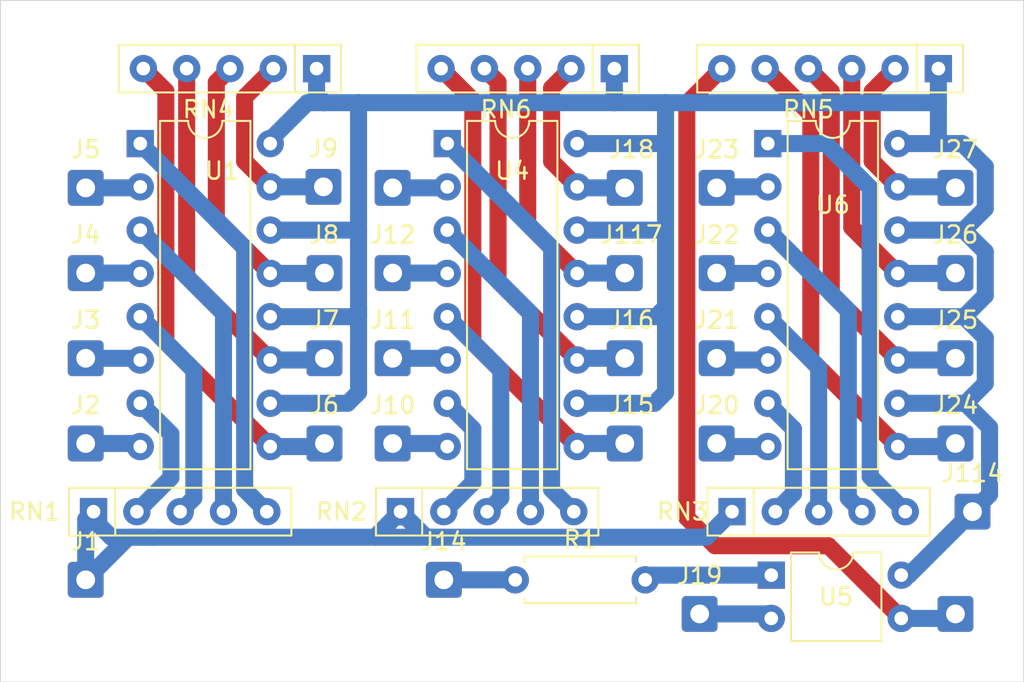
<source format=kicad_pcb>
(kicad_pcb (version 20240108) (generator "pcbnew") (generator_version "8.0")
  (layers (0 "F.Cu" signal) (31 "B.Cu" signal) (34 "B.Paste" user) (35 "F.Paste" user) (36 "B.SilkS" user "B.Silkscreen") (37 "F.SilkS" user "F.Silkscreen") (38 "B.Mask" user) (39 "F.Mask" user) (44 "Edge.Cuts" user))
  (net 0 "")
  (net 1 "Net-(J14-Pin_1)")
  (net 2 "Net-(J16-Pin_1)")
  (net 3 "Net-(J2-Pin_1)")
  (net 4 "Net-(J3-Pin_1)")
  (net 5 "Net-(J4-Pin_1)")
  (net 6 "Net-(J5-Pin_1)")
  (net 7 "Net-(J6-Pin_1)")
  (net 8 "Net-(J7-Pin_1)")
  (net 9 "Net-(J8-Pin_1)")
  (net 10 "Net-(J9-Pin_1)")
  (net 11 "Net-(J10-Pin_1)")
  (net 12 "Net-(J11-Pin_1)")
  (net 13 "Net-(J12-Pin_1)")
  (net 14 "Net-(J13-Pin_1)")
  (net 15 "Net-(J15-Pin_1)")
  (net 16 "Net-(J17-Pin_1)")
  (net 17 "Net-(J18-Pin_1)")
  (net 18 "Net-(J19-Pin_1)")
  (net 19 "Net-(J20-Pin_1)")
  (net 20 "Net-(J21-Pin_1)")
  (net 21 "Net-(J22-Pin_1)")
  (net 22 "Net-(J23-Pin_1)")
  (net 23 "Net-(J24-Pin_1)")
  (net 24 "Net-(J25-Pin_1)")
  (net 25 "Net-(J26-Pin_1)")
  (net 26 "Net-(J27-Pin_1)")
  (net 27 "Net-(J114-Pin_1)")
  (net 28 "Net-(J117-Pin_1)")
  (net 29 "Net-(RN1-R4)")
  (net 30 "Net-(RN1-R3)")
  (net 31 "Net-(RN1-R2)")
  (net 32 "Net-(RN1-R1)")
  (net 33 "Net-(R1-Pad2)")
  (net 34 "Net-(RN2-R2)")
  (net 35 "Net-(RN2-R3)")
  (net 36 "Net-(RN2-R1)")
  (net 37 "Net-(RN2-R4)")
  (net 38 "Net-(RN3-R1)")
  (net 39 "Net-(RN3-R2)")
  (net 40 "Net-(RN3-R4)")
  (net 41 "Net-(RN3-R3)")
  (net 42 "Net-(J1-Pin_1)")
  (footprint "Connector_Wire:SolderWire-0.5sqmm_1x01_D0.9mm_OD2.1mm" (layer "F.Cu") (at 101.19 77)
    (property "Reference" "J4" (at 0 -2.25 0) (layer "F.SilkS"))
    (property "Value" "+12 V K15" (hide yes))
    (pad "1" thru_hole roundrect (at 0 0) (size 2.1 2.1) (drill 1.1) (layers "*.Cu" "*.Mask") (roundrect_rratio 0.119048) (net 5 "Net-(J4-Pin_1)"))
  )
  (footprint "Connector_Wire:SolderWire-0.5sqmm_1x01_D0.9mm_OD2.1mm" (layer "F.Cu") (at 101.19 87)
    (property "Reference" "J2" (at 0 -2.25 0) (layer "F.SilkS"))
    (property "Value" "+12 V K15" (hide yes))
    (pad "1" thru_hole roundrect (at 0 0) (size 2.1 2.1) (drill 1.1) (layers "*.Cu" "*.Mask") (roundrect_rratio 0.119048) (net 3 "Net-(J2-Pin_1)"))
  )
  (footprint "Connector_Wire:SolderWire-0.5sqmm_1x01_D0.9mm_OD2.1mm" (layer "F.Cu") (at 119.19 82)
    (property "Reference" "J11" (at 0 -2.25 0) (layer "F.SilkS"))
    (property "Value" "+12 V K15" (hide yes))
    (pad "1" thru_hole roundrect (at 0 0) (size 2.1 2.1) (drill 1.1) (layers "*.Cu" "*.Mask") (roundrect_rratio 0.119048) (net 12 "Net-(J11-Pin_1)"))
  )
  (footprint "Connector_Wire:SolderWire-0.5sqmm_1x01_D0.9mm_OD2.1mm" (layer "F.Cu") (at 115.19 77)
    (property "Reference" "J8" (at 0 -2.25 0) (layer "F.SilkS"))
    (property "Value" "+12 V K15" (hide yes))
    (pad "1" thru_hole roundrect (at 0 0) (size 2.1 2.1) (drill 1.1) (layers "*.Cu" "*.Mask") (roundrect_rratio 0.119048) (net 9 "Net-(J8-Pin_1)"))
  )
  (footprint "Connector_Wire:SolderWire-0.5sqmm_1x01_D0.9mm_OD2.1mm" (layer "F.Cu") (at 152.19 82)
    (property "Reference" "J25" (at 0 -2.25 0) (layer "F.SilkS"))
    (property "Value" "+12 V K15" (hide yes))
    (pad "1" thru_hole roundrect (at 0 0) (size 2.1 2.1) (drill 1.1) (layers "*.Cu" "*.Mask") (roundrect_rratio 0.119048) (net 24 "Net-(J25-Pin_1)"))
  )
  (footprint "Resistor_THT:R_Array_SIP5" (layer "F.Cu") (at 114.73 65 180)
    (property "Reference" "RN4" (at 6.35 -2.4 360) (layer "F.SilkS"))
    (property "Value" "Pull Up 10k")
    (fp_line (start 11.6 1.4) (end 11.6 -1.4) (stroke (width 0.12)) (layer "F.SilkS"))
    (fp_line (start 11.6 -1.4) (end -1.44 -1.4) (stroke (width 0.12)) (layer "F.SilkS"))
    (fp_line (start 1.27 -1.4) (end 1.27 1.4) (stroke (width 0.12)) (layer "F.SilkS"))
    (fp_line (start -1.44 1.4) (end 11.6 1.4) (stroke (width 0.12)) (layer "F.SilkS"))
    (fp_line (start -1.44 -1.4) (end -1.44 1.4) (stroke (width 0.12)) (layer "F.SilkS"))
    (pad "1" thru_hole rect (at 0 0 180) (size 1.6 1.6) (drill 0.8) (layers "*.Cu" "*.Mask") (net 27 "Net-(J114-Pin_1)"))
    (pad "2" thru_hole oval (at 2.54 0 180) (size 1.6 1.6) (drill 0.8) (layers "*.Cu" "*.Mask") (net 10 "Net-(J9-Pin_1)"))
    (pad "3" thru_hole oval (at 5.08 0 180) (size 1.6 1.6) (drill 0.8) (layers "*.Cu" "*.Mask") (net 9 "Net-(J8-Pin_1)"))
    (pad "4" thru_hole oval (at 7.62 0 180) (size 1.6 1.6) (drill 0.8) (layers "*.Cu" "*.Mask") (net 8 "Net-(J7-Pin_1)"))
    (pad "5" thru_hole oval (at 10.16 0 180) (size 1.6 1.6) (drill 0.8) (layers "*.Cu" "*.Mask") (net 7 "Net-(J6-Pin_1)"))
  )
  (footprint "Resistor_THT:R_Array_SIP5" (layer "F.Cu") (at 101.65 91)
    (property "Reference" "RN1" (at -3.46 0 0) (layer "F.SilkS"))
    (property "Value" "4,7k")
    (fp_line (start -1.44 -1.4) (end -1.44 1.4) (stroke (width 0.12)) (layer "F.SilkS"))
    (fp_line (start -1.44 1.4) (end 11.6 1.4) (stroke (width 0.12)) (layer "F.SilkS"))
    (fp_line (start 1.27 -1.4) (end 1.27 1.4) (stroke (width 0.12)) (layer "F.SilkS"))
    (fp_line (start 11.6 -1.4) (end -1.44 -1.4) (stroke (width 0.12)) (layer "F.SilkS"))
    (fp_line (start 11.6 1.4) (end 11.6 -1.4) (stroke (width 0.12)) (layer "F.SilkS"))
    (pad "1" thru_hole rect (at 0 0) (size 1.6 1.6) (drill 0.8) (layers "*.Cu" "*.Mask") (net 42 "Net-(J1-Pin_1)"))
    (pad "2" thru_hole oval (at 2.54 0) (size 1.6 1.6) (drill 0.8) (layers "*.Cu" "*.Mask") (net 32 "Net-(RN1-R1)"))
    (pad "3" thru_hole oval (at 5.08 0) (size 1.6 1.6) (drill 0.8) (layers "*.Cu" "*.Mask") (net 31 "Net-(RN1-R2)"))
    (pad "4" thru_hole oval (at 7.62 0) (size 1.6 1.6) (drill 0.8) (layers "*.Cu" "*.Mask") (net 30 "Net-(RN1-R3)"))
    (pad "5" thru_hole oval (at 10.16 0) (size 1.6 1.6) (drill 0.8) (layers "*.Cu" "*.Mask") (net 29 "Net-(RN1-R4)"))
  )
  (footprint "Connector_Wire:SolderWire-0.5sqmm_1x01_D0.9mm_OD2.1mm" (layer "F.Cu") (at 138.19 82)
    (property "Reference" "J21" (at 0 -2.25 0) (layer "F.SilkS"))
    (property "Value" "+12 V K15" (hide yes))
    (pad "1" thru_hole roundrect (at 0 0) (size 2.1 2.1) (drill 1.1) (layers "*.Cu" "*.Mask") (roundrect_rratio 0.119048) (net 20 "Net-(J21-Pin_1)"))
  )
  (footprint "Connector_Wire:SolderWire-0.5sqmm_1x01_D0.9mm_OD2.1mm" (layer "F.Cu") (at 115.19 87)
    (property "Reference" "J6" (at 0 -2.25 0) (layer "F.SilkS"))
    (property "Value" "+12 V K15" (hide yes))
    (pad "1" thru_hole roundrect (at 0 0) (size 2.1 2.1) (drill 1.1) (layers "*.Cu" "*.Mask") (roundrect_rratio 0.119048) (net 7 "Net-(J6-Pin_1)"))
  )
  (footprint "Connector_Wire:SolderWire-0.5sqmm_1x01_D0.9mm_OD2.1mm" (layer "F.Cu") (at 115.19 82)
    (property "Reference" "J7" (at 0 -2.25 0) (layer "F.SilkS"))
    (property "Value" "+12 V K15" (hide yes))
    (pad "1" thru_hole roundrect (at 0 0) (size 2.1 2.1) (drill 1.1) (layers "*.Cu" "*.Mask") (roundrect_rratio 0.119048) (net 8 "Net-(J7-Pin_1)"))
  )
  (footprint "Connector_Wire:SolderWire-0.5sqmm_1x01_D0.9mm_OD2.1mm" (layer "F.Cu") (at 138.19 87)
    (property "Reference" "J20" (at 0 -2.25 0) (layer "F.SilkS"))
    (property "Value" "+12 V K15" (hide yes))
    (pad "1" thru_hole roundrect (at 0 0) (size 2.1 2.1) (drill 1.1) (layers "*.Cu" "*.Mask") (roundrect_rratio 0.119048) (net 19 "Net-(J20-Pin_1)"))
  )
  (footprint "Connector_Wire:SolderWire-0.5sqmm_1x01_D0.9mm_OD2.1mm" (layer "F.Cu") (at 133.19 87)
    (property "Reference" "J15" (at 0 -2.25 0) (layer "F.SilkS"))
    (property "Value" "+12 V K15" (hide yes))
    (pad "1" thru_hole roundrect (at -0.39 0) (size 2.1 2.1) (drill 1.1) (layers "*.Cu" "*.Mask") (roundrect_rratio 0.119048) (net 15 "Net-(J15-Pin_1)"))
  )
  (footprint "Connector_Wire:SolderWire-0.5sqmm_1x01_D0.9mm_OD2.1mm" (layer "F.Cu") (at 137.19 97)
    (property "Reference" "J19" (at 0 -2.25 0) (layer "F.SilkS"))
    (property "Value" "+12 V K15" (hide yes))
    (pad "1" thru_hole roundrect (at 0 0) (size 2.1 2.1) (drill 1.1) (layers "*.Cu" "*.Mask") (roundrect_rratio 0.119048) (net 18 "Net-(J19-Pin_1)"))
  )
  (footprint "Package_DIP:DIP-4_W7.62mm" (layer "F.Cu") (at 141.39 94.725)
    (property "Reference" "U5" (at 3.8 1.275 0) (layer "F.SilkS"))
    (property "Value" "LVT 817")
    (fp_line (start 1.16 -1.33) (end 1.16 3.87) (stroke (width 0.12)) (layer "F.SilkS"))
    (fp_line (start 1.16 3.87) (end 6.46 3.87) (stroke (width 0.12)) (layer "F.SilkS"))
    (fp_line (start 2.81 -1.33) (end 1.16 -1.33) (stroke (width 0.12)) (layer "F.SilkS"))
    (fp_line (start 6.46 -1.33) (end 4.81 -1.33) (stroke (width 0.12)) (layer "F.SilkS"))
    (fp_line (start 6.46 3.87) (end 6.46 -1.33) (stroke (width 0.12)) (layer "F.SilkS"))
    (fp_arc (start 4.81 -1.33) (mid 3.81 -0.33) (end 2.81 -1.33) (stroke (width 0.12)) (layer "F.SilkS"))
    (pad "1" thru_hole rect (at 0 0) (size 1.6 1.6) (drill 0.8) (layers "*.Cu" "*.Mask") (net 33 "Net-(R1-Pad2)"))
    (pad "2" thru_hole oval (at 0 2.54) (size 1.6 1.6) (drill 0.8) (layers "*.Cu" "*.Mask") (net 18 "Net-(J19-Pin_1)"))
    (pad "3" thru_hole oval (at 7.62 2.54) (size 1.6 1.6) (drill 0.8) (layers "*.Cu" "*.Mask") (net 16 "Net-(J17-Pin_1)"))
    (pad "4" thru_hole oval (at 7.62 0) (size 1.6 1.6) (drill 0.8) (layers "*.Cu" "*.Mask") (net 27 "Net-(J114-Pin_1)"))
  )
  (footprint "Connector_Wire:SolderWire-0.5sqmm_1x01_D0.9mm_OD2.1mm" (layer "F.Cu") (at 101.19 95)
    (property "Reference" "J1" (at 0 -2.25 0) (layer "F.SilkS"))
    (property "Value" "+12 V K15")
    (pad "1" thru_hole roundrect (at 0 0) (size 2.1 2.1) (drill 1.1) (layers "*.Cu" "*.Mask") (roundrect_rratio 0.119048) (net 42 "Net-(J1-Pin_1)"))
  )
  (footprint "Connector_Wire:SolderWire-0.5sqmm_1x01_D0.9mm_OD2.1mm" (layer "F.Cu") (at 152.19 72)
    (property "Reference" "J27" (at 0 -2.25 0) (layer "F.SilkS"))
    (property "Value" "+12 V K15" (hide yes))
    (pad "1" thru_hole roundrect (at 0 0) (size 2.1 2.1) (drill 1.1) (layers "*.Cu" "*.Mask") (roundrect_rratio 0.119048) (net 26 "Net-(J27-Pin_1)"))
  )
  (footprint "Package_DIP:DIP-16_W7.62mm" (layer "F.Cu") (at 141.19 69.4)
    (property "Reference" "U6" (at 3.81 3.6 0) (layer "F.SilkS"))
    (property "Value" "LTV-847")
    (fp_line (start 1.16 -1.33) (end 1.16 19.11) (stroke (width 0.12)) (layer "F.SilkS"))
    (fp_line (start 1.16 19.11) (end 6.46 19.11) (stroke (width 0.12)) (layer "F.SilkS"))
    (fp_line (start 2.81 -1.33) (end 1.16 -1.33) (stroke (width 0.12)) (layer "F.SilkS"))
    (fp_line (start 6.46 -1.33) (end 4.81 -1.33) (stroke (width 0.12)) (layer "F.SilkS"))
    (fp_line (start 6.46 19.11) (end 6.46 -1.33) (stroke (width 0.12)) (layer "F.SilkS"))
    (fp_arc (start 4.81 -1.33) (mid 3.81 -0.33) (end 2.81 -1.33) (stroke (width 0.12)) (layer "F.SilkS"))
    (pad "1" thru_hole rect (at 0 0) (size 1.6 1.6) (drill 0.8) (layers "*.Cu" "*.Mask") (net 40 "Net-(RN3-R4)"))
    (pad "2" thru_hole oval (at 0 2.54) (size 1.6 1.6) (drill 0.8) (layers "*.Cu" "*.Mask") (net 22 "Net-(J23-Pin_1)"))
    (pad "3" thru_hole oval (at 0 5.08) (size 1.6 1.6) (drill 0.8) (layers "*.Cu" "*.Mask") (net 41 "Net-(RN3-R3)"))
    (pad "4" thru_hole oval (at 0 7.62) (size 1.6 1.6) (drill 0.8) (layers "*.Cu" "*.Mask") (net 21 "Net-(J22-Pin_1)"))
    (pad "5" thru_hole oval (at 0 10.16) (size 1.6 1.6) (drill 0.8) (layers "*.Cu" "*.Mask") (net 39 "Net-(RN3-R2)"))
    (pad "6" thru_hole oval (at 0 12.7) (size 1.6 1.6) (drill 0.8) (layers "*.Cu" "*.Mask") (net 20 "Net-(J21-Pin_1)"))
    (pad "7" thru_hole oval (at 0 15.24) (size 1.6 1.6) (drill 0.8) (layers "*.Cu" "*.Mask") (net 38 "Net-(RN3-R1)"))
    (pad "8" thru_hole oval (at 0 17.78) (size 1.6 1.6) (drill 0.8) (layers "*.Cu" "*.Mask") (net 19 "Net-(J20-Pin_1)"))
    (pad "9" thru_hole oval (at 7.62 17.78) (size 1.6 1.6) (drill 0.8) (layers "*.Cu" "*.Mask") (net 23 "Net-(J24-Pin_1)"))
    (pad "10" thru_hole oval (at 7.62 15.24) (size 1.6 1.6) (drill 0.8) (layers "*.Cu" "*.Mask") (net 27 "Net-(J114-Pin_1)"))
    (pad "11" thru_hole oval (at 7.62 12.7) (size 1.6 1.6) (drill 0.8) (layers "*.Cu" "*.Mask") (net 24 "Net-(J25-Pin_1)"))
    (pad "12" thru_hole oval (at 7.62 10.16) (size 1.6 1.6) (drill 0.8) (layers "*.Cu" "*.Mask") (net 27 "Net-(J114-Pin_1)"))
    (pad "13" thru_hole oval (at 7.62 7.62) (size 1.6 1.6) (drill 0.8) (layers "*.Cu" "*.Mask") (net 25 "Net-(J26-Pin_1)"))
    (pad "14" thru_hole oval (at 7.62 5.08) (size 1.6 1.6) (drill 0.8) (layers "*.Cu" "*.Mask") (net 27 "Net-(J114-Pin_1)"))
    (pad "15" thru_hole oval (at 7.62 2.54) (size 1.6 1.6) (drill 0.8) (layers "*.Cu" "*.Mask") (net 26 "Net-(J27-Pin_1)"))
    (pad "16" thru_hole oval (at 7.62 0) (size 1.6 1.6) (drill 0.8) (layers "*.Cu" "*.Mask") (net 27 "Net-(J114-Pin_1)"))
  )
  (footprint "Resistor_THT:R_Array_SIP5" (layer "F.Cu") (at 132.19 65 180)
    (property "Reference" "RN6" (at 6.35 -2.4 360) (layer "F.SilkS"))
    (property "Value" "Pull Up 10k")
    (fp_line (start 11.6 1.4) (end 11.6 -1.4) (stroke (width 0.12)) (layer "F.SilkS"))
    (fp_line (start 11.6 -1.4) (end -1.44 -1.4) (stroke (width 0.12)) (layer "F.SilkS"))
    (fp_line (start 1.27 -1.4) (end 1.27 1.4) (stroke (width 0.12)) (layer "F.SilkS"))
    (fp_line (start -1.44 1.4) (end 11.6 1.4) (stroke (width 0.12)) (layer "F.SilkS"))
    (fp_line (start -1.44 -1.4) (end -1.44 1.4) (stroke (width 0.12)) (layer "F.SilkS"))
    (pad "1" thru_hole rect (at 0 0 180) (size 1.6 1.6) (drill 0.8) (layers "*.Cu" "*.Mask") (net 27 "Net-(J114-Pin_1)"))
    (pad "2" thru_hole oval (at 2.54 0 180) (size 1.6 1.6) (drill 0.8) (layers "*.Cu" "*.Mask") (net 17 "Net-(J18-Pin_1)"))
    (pad "3" thru_hole oval (at 5.08 0 180) (size 1.6 1.6) (drill 0.8) (layers "*.Cu" "*.Mask") (net 28 "Net-(J117-Pin_1)"))
    (pad "4" thru_hole oval (at 7.62 0 180) (size 1.6 1.6) (drill 0.8) (layers "*.Cu" "*.Mask") (net 2 "Net-(J16-Pin_1)"))
    (pad "5" thru_hole oval (at 10.16 0 180) (size 1.6 1.6) (drill 0.8) (layers "*.Cu" "*.Mask") (net 15 "Net-(J15-Pin_1)"))
  )
  (footprint "Resistor_THT:R_Array_SIP5" (layer "F.Cu") (at 139.09 91)
    (property "Reference" "RN3" (at -2.9 0 0) (layer "F.SilkS"))
    (property "Value" "4,7k")
    (fp_line (start -1.44 -1.4) (end -1.44 1.4) (stroke (width 0.12)) (layer "F.SilkS"))
    (fp_line (start -1.44 1.4) (end 11.6 1.4) (stroke (width 0.12)) (layer "F.SilkS"))
    (fp_line (start 1.27 -1.4) (end 1.27 1.4) (stroke (width 0.12)) (layer "F.SilkS"))
    (fp_line (start 11.6 -1.4) (end -1.44 -1.4) (stroke (width 0.12)) (layer "F.SilkS"))
    (fp_line (start 11.6 1.4) (end 11.6 -1.4) (stroke (width 0.12)) (layer "F.SilkS"))
    (pad "1" thru_hole rect (at 0 0) (size 1.6 1.6) (drill 0.8) (layers "*.Cu" "*.Mask") (net 42 "Net-(J1-Pin_1)"))
    (pad "2" thru_hole oval (at 2.54 0) (size 1.6 1.6) (drill 0.8) (layers "*.Cu" "*.Mask") (net 38 "Net-(RN3-R1)"))
    (pad "3" thru_hole oval (at 5.08 0) (size 1.6 1.6) (drill 0.8) (layers "*.Cu" "*.Mask") (net 39 "Net-(RN3-R2)"))
    (pad "4" thru_hole oval (at 7.62 0) (size 1.6 1.6) (drill 0.8) (layers "*.Cu" "*.Mask") (net 41 "Net-(RN3-R3)"))
    (pad "5" thru_hole oval (at 10.16 0) (size 1.6 1.6) (drill 0.8) (layers "*.Cu" "*.Mask") (net 40 "Net-(RN3-R4)"))
  )
  (footprint "Connector_Wire:SolderWire-0.5sqmm_1x01_D0.9mm_OD2.1mm" (layer "F.Cu") (at 119.19 87)
    (property "Reference" "J10" (at 0 -2.25 0) (layer "F.SilkS"))
    (property "Value" "+12 V K15" (hide yes))
    (pad "1" thru_hole roundrect (at 0 0) (size 2.1 2.1) (drill 1.1) (layers "*.Cu" "*.Mask") (roundrect_rratio 0.119048) (net 11 "Net-(J10-Pin_1)"))
  )
  (footprint "Connector_Wire:SolderWire-0.5sqmm_1x01_D0.9mm_OD2.1mm" (layer "F.Cu") (at 152.19 77)
    (property "Reference" "J26" (at 0 -2.25 0) (layer "F.SilkS"))
    (property "Value" "+12 V K15" (hide yes))
    (pad "1" thru_hole roundrect (at 0 0) (size 2.1 2.1) (drill 1.1) (layers "*.Cu" "*.Mask") (roundrect_rratio 0.119048) (net 25 "Net-(J26-Pin_1)"))
  )
  (footprint "Connector_Wire:SolderWire-0.5sqmm_1x01_D0.9mm_OD2.1mm" (layer "F.Cu") (at 153.19 91)
    (property "Reference" "J114" (at 0 -2.25 0) (layer "F.SilkS"))
    (property "Value" "+12 V K15" (hide yes))
    (pad "1" thru_hole roundrect (at 0 0) (size 2.1 2.1) (drill 1.1) (layers "*.Cu" "*.Mask") (roundrect_rratio 0.119048) (net 27 "Net-(J114-Pin_1)"))
  )
  (footprint "Connector_Wire:SolderWire-0.5sqmm_1x01_D0.9mm_OD2.1mm" (layer "F.Cu") (at 115.13 71.94)
    (property "Reference" "J9" (at 0 -2.25 0) (layer "F.SilkS"))
    (property "Value" "+12 V K15" (hide yes))
    (pad "1" thru_hole roundrect (at 0 0) (size 2.1 2.1) (drill 1.1) (layers "*.Cu" "*.Mask") (roundrect_rratio 0.119048) (net 10 "Net-(J9-Pin_1)"))
  )
  (footprint "Connector_Wire:SolderWire-0.5sqmm_1x01_D0.9mm_OD2.1mm" (layer "F.Cu") (at 138.19 72)
    (property "Reference" "J23" (at 0 -2.25 0) (layer "F.SilkS"))
    (property "Value" "+12 V K15" (hide yes))
    (pad "1" thru_hole roundrect (at 0 0) (size 2.1 2.1) (drill 1.1) (layers "*.Cu" "*.Mask") (roundrect_rratio 0.119048) (net 22 "Net-(J23-Pin_1)"))
  )
  (footprint "Connector_Wire:SolderWire-0.5sqmm_1x01_D0.9mm_OD2.1mm" (layer "F.Cu") (at 133.19 72)
    (property "Reference" "J18" (at 0 -2.25 0) (layer "F.SilkS"))
    (property "Value" "+12 V K15" (hide yes))
    (pad "1" thru_hole roundrect (at -0.39 0) (size 2.1 2.1) (drill 1.1) (layers "*.Cu" "*.Mask") (roundrect_rratio 0.119048) (net 17 "Net-(J18-Pin_1)"))
  )
  (footprint "Connector_Wire:SolderWire-0.5sqmm_1x01_D0.9mm_OD2.1mm" (layer "F.Cu") (at 152.19 97)
    (property "Reference" "J17" (hide yes))
    (property "Value" "+12 V K15" (hide yes))
    (pad "1" thru_hole roundrect (at 0 0) (size 2.1 2.1) (drill 1.1) (layers "*.Cu" "*.Mask") (roundrect_rratio 0.119048) (net 16 "Net-(J17-Pin_1)"))
  )
  (footprint "Resistor_THT:R_Axial_DIN0207_L6.3mm_D2.5mm_P7.62mm_Horizontal" (layer "F.Cu") (at 126.38 95)
    (property "Reference" "R1" (at 3.81 -2.37 0) (layer "F.SilkS"))
    (property "Value" "4,7k")
    (fp_line (start 0.54 -1.37) (end 7.08 -1.37) (stroke (width 0.12)) (layer "F.SilkS"))
    (fp_line (start 0.54 -1.04) (end 0.54 -1.37) (stroke (width 0.12)) (layer "F.SilkS"))
    (fp_line (start 0.54 1.04) (end 0.54 1.37) (stroke (width 0.12)) (layer "F.SilkS"))
    (fp_line (start 0.54 1.37) (end 7.08 1.37) (stroke (width 0.12)) (layer "F.SilkS"))
    (fp_line (start 7.08 -1.37) (end 7.08 -1.04) (stroke (width 0.12)) (layer "F.SilkS"))
    (fp_line (start 7.08 1.37) (end 7.08 1.04) (stroke (width 0.12)) (layer "F.SilkS"))
    (pad "1" thru_hole circle (at 0 0) (size 1.6 1.6) (drill 0.8) (layers "*.Cu" "*.Mask") (net 1 "Net-(J14-Pin_1)"))
    (pad "2" thru_hole oval (at 7.62 0) (size 1.6 1.6) (drill 0.8) (layers "*.Cu" "*.Mask") (net 33 "Net-(R1-Pad2)"))
  )
  (footprint "Resistor_THT:R_Array_SIP6" (layer "F.Cu") (at 151.19 65 180)
    (property "Reference" "RN5" (at 7.62 -2.4 0) (layer "F.SilkS"))
    (property "Value" "Pull Up 10k")
    (fp_line (start 14.14 1.4) (end 14.14 -1.4) (stroke (width 0.12)) (layer "F.SilkS"))
    (fp_line (start 14.14 -1.4) (end -1.44 -1.4) (stroke (width 0.12)) (layer "F.SilkS"))
    (fp_line (start 1.27 -1.4) (end 1.27 1.4) (stroke (width 0.12)) (layer "F.SilkS"))
    (fp_line (start -1.44 1.4) (end 14.14 1.4) (stroke (width 0.12)) (layer "F.SilkS"))
    (fp_line (start -1.44 -1.4) (end -1.44 1.4) (stroke (width 0.12)) (layer "F.SilkS"))
    (pad "1" thru_hole rect (at 0 0 180) (size 1.6 1.6) (drill 0.8) (layers "*.Cu" "*.Mask") (net 27 "Net-(J114-Pin_1)"))
    (pad "2" thru_hole oval (at 2.54 0 180) (size 1.6 1.6) (drill 0.8) (layers "*.Cu" "*.Mask") (net 26 "Net-(J27-Pin_1)"))
    (pad "3" thru_hole oval (at 5.08 0 180) (size 1.6 1.6) (drill 0.8) (layers "*.Cu" "*.Mask") (net 25 "Net-(J26-Pin_1)"))
    (pad "4" thru_hole oval (at 7.62 0 180) (size 1.6 1.6) (drill 0.8) (layers "*.Cu" "*.Mask") (net 24 "Net-(J25-Pin_1)"))
    (pad "5" thru_hole oval (at 10.16 0 180) (size 1.6 1.6) (drill 0.8) (layers "*.Cu" "*.Mask") (net 23 "Net-(J24-Pin_1)"))
    (pad "6" thru_hole oval (at 12.7 0 180) (size 1.6 1.6) (drill 0.8) (layers "*.Cu" "*.Mask") (net 16 "Net-(J17-Pin_1)"))
  )
  (footprint "Resistor_THT:R_Array_SIP5" (layer "F.Cu") (at 119.65 91)
    (property "Reference" "RN2" (at -3.46 0 0) (layer "F.SilkS"))
    (property "Value" "4,7k")
    (fp_line (start -1.44 -1.4) (end -1.44 1.4) (stroke (width 0.12)) (layer "F.SilkS"))
    (fp_line (start -1.44 1.4) (end 11.6 1.4) (stroke (width 0.12)) (layer "F.SilkS"))
    (fp_line (start 1.27 -1.4) (end 1.27 1.4) (stroke (width 0.12)) (layer "F.SilkS"))
    (fp_line (start 11.6 -1.4) (end -1.44 -1.4) (stroke (width 0.12)) (layer "F.SilkS"))
    (fp_line (start 11.6 1.4) (end 11.6 -1.4) (stroke (width 0.12)) (layer "F.SilkS"))
    (pad "1" thru_hole rect (at 0 0) (size 1.6 1.6) (drill 0.8) (layers "*.Cu" "*.Mask") (net 42 "Net-(J1-Pin_1)"))
    (pad "2" thru_hole oval (at 2.54 0) (size 1.6 1.6) (drill 0.8) (layers "*.Cu" "*.Mask") (net 36 "Net-(RN2-R1)"))
    (pad "3" thru_hole oval (at 5.08 0) (size 1.6 1.6) (drill 0.8) (layers "*.Cu" "*.Mask") (net 34 "Net-(RN2-R2)"))
    (pad "4" thru_hole oval (at 7.62 0) (size 1.6 1.6) (drill 0.8) (layers "*.Cu" "*.Mask") (net 35 "Net-(RN2-R3)"))
    (pad "5" thru_hole oval (at 10.16 0) (size 1.6 1.6) (drill 0.8) (layers "*.Cu" "*.Mask") (net 37 "Net-(RN2-R4)"))
  )
  (footprint "Package_DIP:DIP-16_W7.62mm" (layer "F.Cu") (at 122.39 69.4)
    (property "Reference" "U4" (at 3.81 1.6 0) (layer "F.SilkS"))
    (property "Value" "LTV-847" (hide yes))
    (fp_line (start 1.16 -1.33) (end 1.16 19.11) (stroke (width 0.12)) (layer "F.SilkS"))
    (fp_line (start 1.16 19.11) (end 6.46 19.11) (stroke (width 0.12)) (layer "F.SilkS"))
    (fp_line (start 2.81 -1.33) (end 1.16 -1.33) (stroke (width 0.12)) (layer "F.SilkS"))
    (fp_line (start 6.46 -1.33) (end 4.81 -1.33) (stroke (width 0.12)) (layer "F.SilkS"))
    (fp_line (start 6.46 19.11) (end 6.46 -1.33) (stroke (width 0.12)) (layer "F.SilkS"))
    (fp_arc (start 4.81 -1.33) (mid 3.81 -0.33) (end 2.81 -1.33) (stroke (width 0.12)) (layer "F.SilkS"))
    (pad "1" thru_hole rect (at 0 0) (size 1.6 1.6) (drill 0.8) (layers "*.Cu" "*.Mask") (net 37 "Net-(RN2-R4)"))
    (pad "2" thru_hole oval (at 0 2.54) (size 1.6 1.6) (drill 0.8) (layers "*.Cu" "*.Mask") (net 14 "Net-(J13-Pin_1)"))
    (pad "3" thru_hole oval (at 0 5.08) (size 1.6 1.6) (drill 0.8) (layers "*.Cu" "*.Mask") (net 35 "Net-(RN2-R3)"))
    (pad "4" thru_hole oval (at 0 7.62) (size 1.6 1.6) (drill 0.8) (layers "*.Cu" "*.Mask") (net 13 "Net-(J12-Pin_1)"))
    (pad "5" thru_hole oval (at 0 10.16) (size 1.6 1.6) (drill 0.8) (layers "*.Cu" "*.Mask") (net 34 "Net-(RN2-R2)"))
    (pad "6" thru_hole oval (at 0 12.7) (size 1.6 1.6) (drill 0.8) (layers "*.Cu" "*.Mask") (net 12 "Net-(J11-Pin_1)"))
    (pad "7" thru_hole oval (at 0 15.24) (size 1.6 1.6) (drill 0.8) (layers "*.Cu" "*.Mask") (net 36 "Net-(RN2-R1)"))
    (pad "8" thru_hole oval (at 0 17.78) (size 1.6 1.6) (drill 0.8) (layers "*.Cu" "*.Mask") (net 11 "Net-(J10-Pin_1)"))
    (pad "9" thru_hole oval (at 7.62 17.78) (size 1.6 1.6) (drill 0.8) (layers "*.Cu" "*.Mask") (net 15 "Net-(J15-Pin_1)"))
    (pad "10" thru_hole oval (at 7.62 15.24) (size 1.6 1.6) (drill 0.8) (layers "*.Cu" "*.Mask") (net 27 "Net-(J114-Pin_1)"))
    (pad "11" thru_hole oval (at 7.62 12.7) (size 1.6 1.6) (drill 0.8) (layers "*.Cu" "*.Mask") (net 2 "Net-(J16-Pin_1)"))
    (pad "12" thru_hole oval (at 7.62 10.16) (size 1.6 1.6) (drill 0.8) (layers "*.Cu" "*.Mask") (net 27 "Net-(J114-Pin_1)"))
    (pad "13" thru_hole oval (at 7.62 7.62) (size 1.6 1.6) (drill 0.8) (layers "*.Cu" "*.Mask") (net 28 "Net-(J117-Pin_1)"))
    (pad "14" thru_hole oval (at 7.62 5.08) (size 1.6 1.6) (drill 0.8) (layers "*.Cu" "*.Mask") (net 27 "Net-(J114-Pin_1)"))
    (pad "15" thru_hole oval (at 7.62 2.54) (size 1.6 1.6) (drill 0.8) (layers "*.Cu" "*.Mask") (net 17 "Net-(J18-Pin_1)"))
    (pad "16" thru_hole oval (at 7.62 0) (size 1.6 1.6) (drill 0.8) (layers "*.Cu" "*.Mask") (net 27 "Net-(J114-Pin_1)"))
  )
  (footprint "Connector_Wire:SolderWire-0.5sqmm_1x01_D0.9mm_OD2.1mm" (layer "F.Cu") (at 101.19 72)
    (property "Reference" "J5" (at 0 -2.25 0) (layer "F.SilkS"))
    (property "Value" "+12 V K15" (hide yes))
    (pad "1" thru_hole roundrect (at 0 0) (size 2.1 2.1) (drill 1.1) (layers "*.Cu" "*.Mask") (roundrect_rratio 0.119048) (net 6 "Net-(J5-Pin_1)"))
  )
  (footprint "Connector_Wire:SolderWire-0.5sqmm_1x01_D0.9mm_OD2.1mm" (layer "F.Cu") (at 138.19 77)
    (property "Reference" "J22" (at 0 -2.25 0) (layer "F.SilkS"))
    (property "Value" "+12 V K15" (hide yes))
    (pad "1" thru_hole roundrect (at 0 0) (size 2.1 2.1) (drill 1.1) (layers "*.Cu" "*.Mask") (roundrect_rratio 0.119048) (net 21 "Net-(J22-Pin_1)"))
  )
  (footprint "Connector_Wire:SolderWire-0.5sqmm_1x01_D0.9mm_OD2.1mm" (layer "F.Cu") (at 101.19 82)
    (property "Reference" "J3" (at 0 -2.25 0) (layer "F.SilkS"))
    (property "Value" "+12 V K15" (hide yes))
    (pad "1" thru_hole roundrect (at 0 0) (size 2.1 2.1) (drill 1.1) (layers "*.Cu" "*.Mask") (roundrect_rratio 0.119048) (net 4 "Net-(J3-Pin_1)"))
  )
  (footprint "Connector_Wire:SolderWire-0.5sqmm_1x01_D0.9mm_OD2.1mm" (layer "F.Cu") (at 133.19 77)
    (property "Reference" "J117" (at 0 -2.25 0) (layer "F.SilkS"))
    (property "Value" "+12 V K15" (hide yes))
    (pad "1" thru_hole roundrect (at -0.39 0) (size 2.1 2.1) (drill 1.1) (layers "*.Cu" "*.Mask") (roundrect_rratio 0.119048) (net 28 "Net-(J117-Pin_1)"))
  )
  (footprint "Connector_Wire:SolderWire-0.5sqmm_1x01_D0.9mm_OD2.1mm" (layer "F.Cu") (at 122.19 95)
    (property "Reference" "J14" (at 0 -2.25 0) (layer "F.SilkS"))
    (property "Value" "+12 V K15" (hide yes))
    (pad "1" thru_hole roundrect (at 0 0) (size 2.1 2.1) (drill 1.1) (layers "*.Cu" "*.Mask") (roundrect_rratio 0.119048) (net 1 "Net-(J14-Pin_1)"))
  )
  (footprint "Connector_Wire:SolderWire-0.5sqmm_1x01_D0.9mm_OD2.1mm" (layer "F.Cu") (at 119.19 77)
    (property "Reference" "J12" (at 0 -2.25 0) (layer "F.SilkS"))
    (property "Value" "+12 V K15" (hide yes))
    (pad "1" thru_hole roundrect (at 0 0) (size 2.1 2.1) (drill 1.1) (layers "*.Cu" "*.Mask") (roundrect_rratio 0.119048) (net 13 "Net-(J12-Pin_1)"))
  )
  (footprint "Connector_Wire:SolderWire-0.5sqmm_1x01_D0.9mm_OD2.1mm" (layer "F.Cu") (at 119.19 72)
    (property "Reference" "J13" (hide yes))
    (property "Value" "+12 V K15" (hide yes))
    (pad "1" thru_hole roundrect (at 0 0) (size 2.1 2.1) (drill 1.1) (layers "*.Cu" "*.Mask") (roundrect_rratio 0.119048) (net 14 "Net-(J13-Pin_1)"))
  )
  (footprint "Package_DIP:DIP-16_W7.62mm" (layer "F.Cu") (at 104.39 69.4)
    (property "Reference" "U1" (at 4.8 1.6 0) (layer "F.SilkS"))
    (property "Value" "LTV-847")
    (fp_line (start 1.16 -1.33) (end 1.16 19.11) (stroke (width 0.12)) (layer "F.SilkS"))
    (fp_line (start 1.16 19.11) (end 6.46 19.11) (stroke (width 0.12)) (layer "F.SilkS"))
    (fp_line (start 2.81 -1.33) (end 1.16 -1.33) (stroke (width 0.12)) (layer "F.SilkS"))
    (fp_line (start 6.46 -1.33) (end 4.81 -1.33) (stroke (width 0.12)) (layer "F.SilkS"))
    (fp_line (start 6.46 19.11) (end 6.46 -1.33) (stroke (width 0.12)) (layer "F.SilkS"))
    (fp_arc (start 4.81 -1.33) (mid 3.81 -0.33) (end 2.81 -1.33) (stroke (width 0.12)) (layer "F.SilkS"))
    (pad "1" thru_hole rect (at 0 0) (size 1.6 1.6) (drill 0.8) (layers "*.Cu" "*.Mask") (net 29 "Net-(RN1-R4)"))
    (pad "2" thru_hole oval (at 0 2.54) (size 1.6 1.6) (drill 0.8) (layers "*.Cu" "*.Mask") (net 6 "Net-(J5-Pin_1)"))
    (pad "3" thru_hole oval (at 0 5.08) (size 1.6 1.6) (drill 0.8) (layers "*.Cu" "*.Mask") (net 30 "Net-(RN1-R3)"))
    (pad "4" thru_hole oval (at 0 7.62) (size 1.6 1.6) (drill 0.8) (layers "*.Cu" "*.Mask") (net 5 "Net-(J4-Pin_1)"))
    (pad "5" thru_hole oval (at 0 10.16) (size 1.6 1.6) (drill 0.8) (layers "*.Cu" "*.Mask") (net 31 "Net-(RN1-R2)"))
    (pad "6" thru_hole oval (at 0 12.7) (size 1.6 1.6) (drill 0.8) (layers "*.Cu" "*.Mask") (net 4 "Net-(J3-Pin_1)"))
    (pad "7" thru_hole oval (at 0 15.24) (size 1.6 1.6) (drill 0.8) (layers "*.Cu" "*.Mask") (net 32 "Net-(RN1-R1)"))
    (pad "8" thru_hole oval (at 0 17.78) (size 1.6 1.6) (drill 0.8) (layers "*.Cu" "*.Mask") (net 3 "Net-(J2-Pin_1)"))
    (pad "9" thru_hole oval (at 7.62 17.78) (size 1.6 1.6) (drill 0.8) (layers "*.Cu" "*.Mask") (net 7 "Net-(J6-Pin_1)"))
    (pad "10" thru_hole oval (at 7.62 15.24) (size 1.6 1.6) (drill 0.8) (layers "*.Cu" "*.Mask") (net 27 "Net-(J114-Pin_1)"))
    (pad "11" thru_hole oval (at 7.62 12.7) (size 1.6 1.6) (drill 0.8) (layers "*.Cu" "*.Mask") (net 8 "Net-(J7-Pin_1)"))
    (pad "12" thru_hole oval (at 7.62 10.16) (size 1.6 1.6) (drill 0.8) (layers "*.Cu" "*.Mask") (net 27 "Net-(J114-Pin_1)"))
    (pad "13" thru_hole oval (at 7.62 7.62) (size 1.6 1.6) (drill 0.8) (layers "*.Cu" "*.Mask") (net 9 "Net-(J8-Pin_1)"))
    (pad "14" thru_hole oval (at 7.62 5.08) (size 1.6 1.6) (drill 0.8) (layers "*.Cu" "*.Mask") (net 27 "Net-(J114-Pin_1)"))
    (pad "15" thru_hole oval (at 7.62 2.54) (size 1.6 1.6) (drill 0.8) (layers "*.Cu" "*.Mask") (net 10 "Net-(J9-Pin_1)"))
    (pad "16" thru_hole oval (at 7.62 0) (size 1.6 1.6) (drill 0.8) (layers "*.Cu" "*.Mask") (net 27 "Net-(J114-Pin_1)"))
  )
  (footprint "Connector_Wire:SolderWire-0.5sqmm_1x01_D0.9mm_OD2.1mm" (layer "F.Cu") (at 133.19 82)
    (property "Reference" "J16" (at 0 -2.25 0) (layer "F.SilkS"))
    (property "Value" "+12 V K15" (hide yes))
    (pad "1" thru_hole roundrect (at -0.39 0) (size 2.1 2.1) (drill 1.1) (layers "*.Cu" "*.Mask") (roundrect_rratio 0.119048) (net 2 "Net-(J16-Pin_1)"))
  )
  (footprint "Connector_Wire:SolderWire-0.5sqmm_1x01_D0.9mm_OD2.1mm" (layer "F.Cu") (at 152.19 87)
    (property "Reference" "J24" (at 0 -2.25 0) (layer "F.SilkS"))
    (property "Value" "+12 V K15" (hide yes))
    (pad "1" thru_hole roundrect (at 0 0) (size 2.1 2.1) (drill 1.1) (layers "*.Cu" "*.Mask") (roundrect_rratio 0.119048) (net 23 "Net-(J24-Pin_1)"))
  )
  (gr_rect (start 96.19 61) (end 156.19 101) (stroke (width 0.05)) (fill none) (layer "Edge.Cuts"))
  (segment (start 126.38 95) (end 122.19 95) (width 1) (layer "B.Cu") (net 1))
  (segment (start 125.369999 77.459999) (end 130.01 82.1) (width 1) (layer "F.Cu") (net 2))
  (segment (start 124.57 65) (end 125.369999 65.799999) (width 1) (layer "F.Cu") (net 2))
  (segment (start 125.369999 65.799999) (end 125.369999 77.459999) (width 1) (layer "F.Cu") (net 2))
  (segment (start 133.19 82) (end 130.11 82) (width 1) (layer "B.Cu") (net 2))
  (segment (start 101.19 87) (end 104.21 87) (width 1) (layer "B.Cu") (net 3))
  (segment (start 101.19 82) (end 104.29 82) (width 1) (layer "B.Cu") (net 4))
  (segment (start 101.19 77) (end 104.37 77) (width 1) (layer "B.Cu") (net 5))
  (segment (start 101.19 72) (end 104.33 72) (width 1) (layer "B.Cu") (net 6))
  (segment (start 105.89 81.06) (end 112.01 87.18) (width 1) (layer "F.Cu") (net 7))
  (segment (start 105.89 66.32) (end 105.89 81.06) (width 1) (layer "F.Cu") (net 7))
  (segment (start 104.57 65) (end 105.89 66.32) (width 1) (layer "F.Cu") (net 7))
  (segment (start 112.01 87.18) (end 115.01 87.18) (width 1) (layer "B.Cu") (net 7))
  (segment (start 107.11 65) (end 107.11 77.2) (width 1) (layer "F.Cu") (net 8))
  (segment (start 107.11 77.2) (end 112.01 82.1) (width 1) (layer "F.Cu") (net 8))
  (segment (start 112.01 82.1) (end 115.09 82.1) (width 1) (layer "B.Cu") (net 8))
  (segment (start 108.850001 73.860001) (end 112.01 77.02) (width 1) (layer "F.Cu") (net 9))
  (segment (start 108.850001 65.799999) (end 108.850001 73.860001) (width 1) (layer "F.Cu") (net 9))
  (segment (start 109.65 65) (end 108.850001 65.799999) (width 1) (layer "F.Cu") (net 9))
  (segment (start 112.01 77.02) (end 115.17 77.02) (width 1) (layer "B.Cu") (net 9))
  (segment (start 110.51 70.44) (end 112.01 71.94) (width 1) (layer "F.Cu") (net 10))
  (segment (start 112.19 65) (end 110.51 66.68) (width 1) (layer "F.Cu") (net 10))
  (segment (start 110.51 66.68) (end 110.51 70.44) (width 1) (layer "F.Cu") (net 10))
  (segment (start 112.01 71.94) (end 115.13 71.94) (width 1) (layer "B.Cu") (net 10))
  (segment (start 119.26 87) (end 122.21 87) (width 1) (layer "B.Cu") (net 11))
  (segment (start 119.26 82) (end 122.29 82) (width 1) (layer "B.Cu") (net 12))
  (segment (start 119.26 77) (end 122.37 77) (width 1) (layer "B.Cu") (net 13))
  (segment (start 119.26 72) (end 122.33 72) (width 1) (layer "B.Cu") (net 14))
  (segment (start 122.03 65) (end 123.89 66.86) (width 1) (layer "F.Cu") (net 15))
  (segment (start 123.89 66.86) (end 123.89 81.06) (width 1) (layer "F.Cu") (net 15))
  (segment (start 123.89 81.06) (end 130.01 87.18) (width 1) (layer "F.Cu") (net 15))
  (segment (start 133.19 87) (end 130.19 87) (width 1) (layer "B.Cu") (net 15))
  (segment (start 138.49 65) (end 136.44 67.05) (width 1) (layer "F.Cu") (net 16))
  (segment (start 136.44 91.35) (end 138.09 93) (width 1) (layer "F.Cu") (net 16))
  (segment (start 144.745 93) (end 149.01 97.265) (width 1) (layer "F.Cu") (net 16))
  (segment (start 138.09 93) (end 144.745 93) (width 1) (layer "F.Cu") (net 16))
  (segment (start 136.44 67.05) (end 136.44 91.35) (width 1) (layer "F.Cu") (net 16))
  (segment (start 149.01 97.265) (end 151.925 97.265) (width 1) (layer "B.Cu") (net 16))
  (segment (start 128.51 70.44) (end 130.01 71.94) (width 1) (layer "F.Cu") (net 17))
  (segment (start 129.65 65) (end 128.51 66.14) (width 1) (layer "F.Cu") (net 17))
  (segment (start 128.51 66.14) (end 128.51 70.44) (width 1) (layer "F.Cu") (net 17))
  (segment (start 133.19 72) (end 130.07 72) (width 1) (layer "B.Cu") (net 17))
  (segment (start 137.19 97) (end 141.125 97) (width 1) (layer "B.Cu") (net 18))
  (segment (start 141.125 97) (end 141.39 97.265) (width 1) (layer "B.Cu") (net 18))
  (segment (start 141.19 87.18) (end 137.99 87.18) (width 1) (layer "B.Cu") (net 19))
  (segment (start 141.19 82.1) (end 137.91 82.1) (width 1) (layer "B.Cu") (net 20))
  (segment (start 141.19 77.02) (end 137.83 77.02) (width 1) (layer "B.Cu") (net 21))
  (segment (start 141.19 71.94) (end 137.87 71.94) (width 1) (layer "B.Cu") (net 22))
  (segment (start 141.03 65) (end 143.71 67.68) (width 1) (layer "F.Cu") (net 23))
  (segment (start 143.71 82.08) (end 148.81 87.18) (width 1) (layer "F.Cu") (net 23))
  (segment (start 143.71 67.68) (end 143.71 82.08) (width 1) (layer "F.Cu") (net 23))
  (segment (start 148.81 87.18) (end 151.63 87.18) (width 1) (layer "B.Cu") (net 23))
  (segment (start 143.57 65) (end 144.91 66.34) (width 1) (layer "F.Cu") (net 24))
  (segment (start 144.91 66.34) (end 144.91 78.2) (width 1) (layer "F.Cu") (net 24))
  (segment (start 144.91 78.2) (end 148.81 82.1) (width 1) (layer "F.Cu") (net 24))
  (segment (start 148.81 82.1) (end 151.71 82.1) (width 1) (layer "B.Cu") (net 24))
  (segment (start 146.11 65) (end 146.11 74.32) (width 1) (layer "F.Cu") (net 25))
  (segment (start 146.11 74.32) (end 148.81 77.02) (width 1) (layer "F.Cu") (net 25))
  (segment (start 148.81 77.02) (end 151.79 77.02) (width 1) (layer "B.Cu") (net 25))
  (segment (start 148.65 65) (end 147.31 66.34) (width 1) (layer "F.Cu") (net 26))
  (segment (start 147.31 66.34) (end 147.31 70.44) (width 1) (layer "F.Cu") (net 26))
  (segment (start 147.31 70.44) (end 148.81 71.94) (width 1) (layer "F.Cu") (net 26))
  (segment (start 148.81 71.94) (end 151.75 71.94) (width 1) (layer "B.Cu") (net 26))
  (segment (start 153.19 91) (end 154.19 90) (width 1) (layer "B.Cu") (net 27))
  (segment (start 149.01 94.725) (end 149.465 94.725) (width 1) (layer "B.Cu") (net 27))
  (segment (start 124.65 67) (end 117.19 67) (width 1) (layer "B.Cu") (net 27))
  (segment (start 153.94 80.79957) (end 152.70043 79.56) (width 1) (layer "B.Cu") (net 27))
  (segment (start 135.19 74.48) (end 135.19 69.4) (width 1) (layer "B.Cu") (net 27))
  (segment (start 152.67 74.48) (end 153.94 73.21) (width 1) (layer "B.Cu") (net 27))
  (segment (start 152.78043 84.64) (end 148.81 84.64) (width 1) (layer "B.Cu") (net 27))
  (segment (start 152.59 69.4) (end 151.614164 69.4) (width 1) (layer "B.Cu") (net 27))
  (segment (start 112.01 69.18) (end 114.19 67) (width 1) (layer "B.Cu") (net 27))
  (segment (start 124.65 67) (end 132.19 67) (width 1) (layer "B.Cu") (net 27))
  (segment (start 135.19 84) (end 134.55 84.64) (width 1) (layer "B.Cu") (net 27))
  (segment (start 151.19 65) (end 151.19 67) (width 1) (layer "B.Cu") (net 27))
  (segment (start 149.465 94.725) (end 153.19 91) (width 1) (layer "B.Cu") (net 27))
  (segment (start 135.19 67) (end 146.19 67) (width 1) (layer "B.Cu") (net 27))
  (segment (start 114.73 65) (end 114.73 66.54) (width 1) (layer "B.Cu") (net 27))
  (segment (start 117.19 67) (end 115.19 67) (width 1) (layer "B.Cu") (net 27))
  (segment (start 148.81 69.4) (end 151.19 69.4) (width 1) (layer "B.Cu") (net 27))
  (segment (start 117.19 74.48) (end 117.19 67) (width 1) (layer "B.Cu") (net 27))
  (segment (start 114.73 66.54) (end 115.19 67) (width 1) (layer "B.Cu") (net 27))
  (segment (start 112.01 79.56) (end 117.19 79.56) (width 1) (layer "B.Cu") (net 27))
  (segment (start 117.19 79.56) (end 117.19 79) (width 1) (layer "B.Cu") (net 27))
  (segment (start 153.94 70.75) (end 152.59 69.4) (width 1) (layer "B.Cu") (net 27))
  (segment (start 152.70043 79.56) (end 153.94 78.32043) (width 1) (layer "B.Cu") (net 27))
  (segment (start 148.81 74.48) (end 152.67 74.48) (width 1) (layer "B.Cu") (net 27))
  (segment (start 130.01 74.48) (end 135.19 74.48) (width 1) (layer "B.Cu") (net 27))
  (segment (start 135.19 74.48) (end 135.19 79) (width 1) (layer "B.Cu") (net 27))
  (segment (start 153.94 78.32043) (end 153.94 75.75) (width 1) (layer "B.Cu") (net 27))
  (segment (start 134.55 84.64) (end 130.01 84.64) (width 1) (layer "B.Cu") (net 27))
  (segment (start 153.94 83.48043) (end 153.94 80.79957) (width 1) (layer "B.Cu") (net 27))
  (segment (start 135.19 69.4) (end 135.19 67) (width 1) (layer "B.Cu") (net 27))
  (segment (start 112.01 84.64) (end 116.55 84.64) (width 1) (layer "B.Cu") (net 27))
  (segment (start 153.94 75.75) (end 152.67 74.48) (width 1) (layer "B.Cu") (net 27))
  (segment (start 148.81 79.56) (end 152.70043 79.56) (width 1) (layer "B.Cu") (net 27))
  (segment (start 116.55 84.64) (end 117.19 84) (width 1) (layer "B.Cu") (net 27))
  (segment (start 146.41 67) (end 146.19 67) (width 1) (layer "B.Cu") (net 27))
  (segment (start 117.19 74.48) (end 112.01 74.48) (width 1) (layer "B.Cu") (net 27))
  (segment (start 134.63 79.56) (end 135.19 79) (width 1) (layer "B.Cu") (net 27))
  (segment (start 154.19 90) (end 154.19 86.04957) (width 1) (layer "B.Cu") (net 27))
  (segment (start 130.01 79.56) (end 134.63 79.56) (width 1) (layer "B.Cu") (net 27))
  (segment (start 117.19 79) (end 117.19 74.48) (width 1) (layer "B.Cu") (net 27))
  (segment (start 117.19 84) (end 117.19 79) (width 1) (layer "B.Cu") (net 27))
  (segment (start 112.01 69.4) (end 112.01 69.18) (width 1) (layer "B.Cu") (net 27))
  (segment (start 135.19 79) (end 135.19 84) (width 1) (layer "B.Cu") (net 27))
  (segment (start 152.78043 84.64) (end 153.94 83.48043) (width 1) (layer "B.Cu") (net 27))
  (segment (start 132.19 65) (end 132.19 67) (width 1) (layer "B.Cu") (net 27))
  (segment (start 132.19 67) (end 135.19 67) (width 1) (layer "B.Cu") (net 27))
  (segment (start 135.19 69.4) (end 130.01 69.4) (width 1) (layer "B.Cu") (net 27))
  (segment (start 114.19 67) (end 115.19 67) (width 1) (layer "B.Cu") (net 27))
  (segment (start 151.19 67) (end 151.19 69.4) (width 1) (layer "B.Cu") (net 27))
  (segment (start 146.41 67) (end 151.19 67) (width 1) (layer "B.Cu") (net 27))
  (segment (start 151.19 69.4) (end 151.614164 69.4) (width 1) (layer "B.Cu") (net 27))
  (segment (start 154.19 86.04957) (end 152.78043 84.64) (width 1) (layer "B.Cu") (net 27))
  (segment (start 153.94 73.21) (end 153.94 70.75) (width 1) (layer "B.Cu") (net 27))
  (segment (start 127.11 65) (end 127.11 74.12) (width 1) (layer "F.Cu") (net 28))
  (segment (start 127.11 74.12) (end 130.01 77.02) (width 1) (layer "F.Cu") (net 28))
  (segment (start 133.19 77) (end 130.03 77) (width 1) (layer "B.Cu") (net 28))
  (segment (start 110.51 75.52) (end 104.39 69.4) (width 1) (layer "B.Cu") (net 29))
  (segment (start 110.51 89.7) (end 110.51 75.52) (width 1) (layer "B.Cu") (net 29))
  (segment (start 111.81 91) (end 110.51 89.7) (width 1) (layer "B.Cu") (net 29))
  (segment (start 109.27 91) (end 109.27 79.36) (width 1) (layer "B.Cu") (net 30))
  (segment (start 109.27 79.36) (end 104.39 74.48) (width 1) (layer "B.Cu") (net 30))
  (segment (start 106.73 91) (end 107.529999 90.200001) (width 1) (layer "B.Cu") (net 31))
  (segment (start 107.529999 90.200001) (end 107.529999 82.699999) (width 1) (layer "B.Cu") (net 31))
  (segment (start 107.529999 82.699999) (end 104.39 79.56) (width 1) (layer "B.Cu") (net 31))
  (segment (start 104.19 91) (end 106.19 89) (width 1) (layer "B.Cu") (net 32))
  (segment (start 106.19 89) (end 106.19 86.44) (width 1) (layer "B.Cu") (net 32))
  (segment (start 106.19 86.44) (end 104.39 84.64) (width 1) (layer "B.Cu") (net 32))
  (segment (start 141.39 94.725) (end 134.275 94.725) (width 1) (layer "B.Cu") (net 33))
  (segment (start 134.275 94.725) (end 134 95) (width 1) (layer "B.Cu") (net 33))
  (segment (start 125.529999 90.200001) (end 125.529999 82.699999) (width 1) (layer "B.Cu") (net 34))
  (segment (start 125.529999 82.699999) (end 122.39 79.56) (width 1) (layer "B.Cu") (net 34))
  (segment (start 124.73 91) (end 125.529999 90.200001) (width 1) (layer "B.Cu") (net 34))
  (segment (start 127.27 79.36) (end 122.39 74.48) (width 1) (layer "B.Cu") (net 35))
  (segment (start 127.27 91) (end 127.27 79.36) (width 1) (layer "B.Cu") (net 35))
  (segment (start 123.89 86.14) (end 122.39 84.64) (width 1) (layer "B.Cu") (net 36))
  (segment (start 123.89 89.3) (end 123.89 86.14) (width 1) (layer "B.Cu") (net 36))
  (segment (start 122.19 91) (end 123.89 89.3) (width 1) (layer "B.Cu") (net 36))
  (segment (start 129.81 91) (end 128.51 89.7) (width 1) (layer "B.Cu") (net 37))
  (segment (start 128.51 75.52) (end 122.39 69.4) (width 1) (layer "B.Cu") (net 37))
  (segment (start 128.51 89.7) (end 128.51 75.52) (width 1) (layer "B.Cu") (net 37))
  (segment (start 142.69 89.94) (end 142.69 86.14) (width 1) (layer "B.Cu") (net 38))
  (segment (start 141.63 91) (end 142.69 89.94) (width 1) (layer "B.Cu") (net 38))
  (segment (start 142.69 86.14) (end 141.19 84.64) (width 1) (layer "B.Cu") (net 38))
  (segment (start 144.17 91) (end 144.17 82.54) (width 1) (layer "B.Cu") (net 39))
  (segment (start 144.17 82.54) (end 141.19 79.56) (width 1) (layer "B.Cu") (net 39))
  (segment (start 144.59 69.4) (end 141.19 69.4) (width 1) (layer "B.Cu") (net 40))
  (segment (start 149.25 91) (end 147.19 88.94) (width 1) (layer "B.Cu") (net 40))
  (segment (start 147.19 88.94) (end 147.19 72) (width 1) (layer "B.Cu") (net 40))
  (segment (start 147.19 72) (end 144.59 69.4) (width 1) (layer "B.Cu") (net 40))
  (segment (start 145.910001 90.200001) (end 145.910001 79.200001) (width 1) (layer "B.Cu") (net 41))
  (segment (start 145.910001 79.200001) (end 141.19 74.48) (width 1) (layer "B.Cu") (net 41))
  (segment (start 146.71 91) (end 145.910001 90.200001) (width 1) (layer "B.Cu") (net 41))
  (segment (start 122.19 92.5) (end 137.59 92.5) (width 1) (layer "B.Cu") (net 42))
  (segment (start 101.19 91.46) (end 101.65 91) (width 1) (layer "B.Cu") (net 42))
  (segment (start 121.15 92.5) (end 122.19 92.5) (width 1) (layer "B.Cu") (net 42))
  (segment (start 137.59 92.5) (end 139.09 91) (width 1) (layer "B.Cu") (net 42))
  (segment (start 119.65 91) (end 121.15 92.5) (width 1) (layer "B.Cu") (net 42))
  (segment (start 101.65 91) (end 101.65 91.46) (width 1) (layer "B.Cu") (net 42))
  (segment (start 103.69 92.5) (end 105.19 92.5) (width 1) (layer "B.Cu") (net 42))
  (segment (start 101.65 91.46) (end 102.69 92.5) (width 1) (layer "B.Cu") (net 42))
  (segment (start 105.19 92.5) (end 118.15 92.5) (width 1) (layer "B.Cu") (net 42))
  (segment (start 101.19 95) (end 101.19 91.46) (width 1) (layer "B.Cu") (net 42))
  (segment (start 101.19 95) (end 103.69 92.5) (width 1) (layer "B.Cu") (net 42))
  (segment (start 118.15 92.5) (end 122.19 92.5) (width 1) (layer "B.Cu") (net 42))
  (segment (start 118.15 92.5) (end 119.65 91) (width 1) (layer "B.Cu") (net 42))
  (segment (start 102.69 92.5) (end 105.19 92.5) (width 1) (layer "B.Cu") (net 42))
)
</source>
